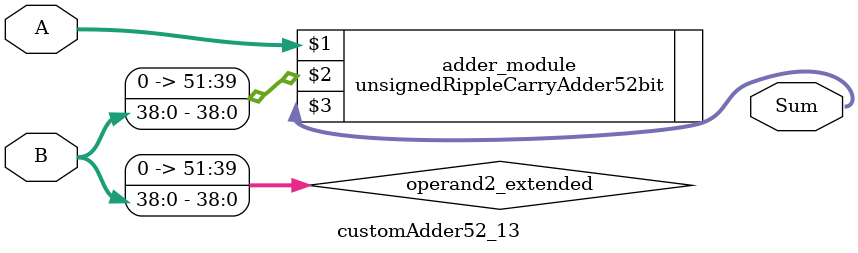
<source format=v>
module customAdder52_13(
                        input [51 : 0] A,
                        input [38 : 0] B,
                        
                        output [52 : 0] Sum
                );

        wire [51 : 0] operand2_extended;
        
        assign operand2_extended =  {13'b0, B};
        
        unsignedRippleCarryAdder52bit adder_module(
            A,
            operand2_extended,
            Sum
        );
        
        endmodule
        
</source>
